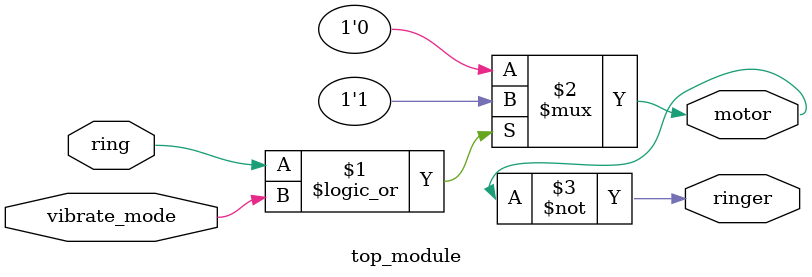
<source format=sv>
module top_module(
	input ring, 
	input vibrate_mode,
	output ringer,
	output motor
);

	// Instantiate an OR gate to determine if either ring or vibrate_mode is high
	assign motor = (ring || vibrate_mode) ? 1'b1 : 1'b0;
	
	// Assign ringer as the inverse of motor
	assign ringer = ~motor;
	
endmodule

</source>
